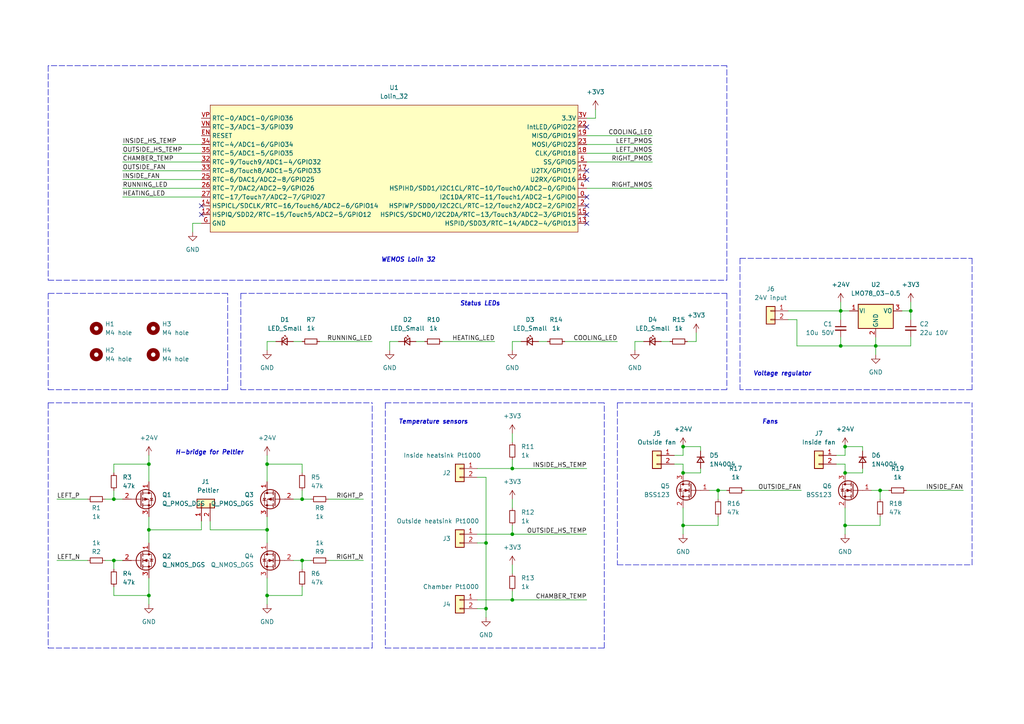
<source format=kicad_sch>
(kicad_sch (version 20211123) (generator eeschema)
  (paper "A4")
  (title_block (title "Fermier") (date "2022-11-26") (rev "Prototype 1") (company "https://github.com/mr-entropia/Fermier") (comment 1 "AGPL-3.0 license") (comment 2 "Open source hardware") (comment 4 "Fermentation chamber temperature controller"))
  (lib_symbols
    (symbol "Connector_Generic:Conn_01x02" (pin_names (offset 1.016) hide)
      (property "Reference" "J" (at 0 2.54 0))
      (property "Value" "Conn_01x02" (at 0 -5.08 0))
      (symbol "Conn_01x02_1_1"
        (rectangle (start -1.27 -2.413) (end 0 -2.667) (stroke (width 0.1524)))
        (rectangle (start -1.27 0.127) (end 0 -0.127) (stroke (width 0.1524)))
        (rectangle (start -1.27 1.27) (end 1.27 -3.81) (stroke (width 0.254)) (fill (type background)))
        (pin passive line (at -5.08 0 0) (length 3.81) (name "Pin_1") (number "1"))
        (pin passive line (at -5.08 -2.54 0) (length 3.81) (name "Pin_2") (number "2"))
      )
    )
    (symbol "Device:C_Small" (pin_numbers hide) (pin_names (offset 0.254) hide)
      (property "Reference" "C" (at 0.254 1.778 0))
      (property "Value" "C_Small" (at 0.254 -2.032 0))
      (symbol "C_Small_0_1"
        (polyline (pts (xy -1.524 -0.508) (xy 1.524 -0.508)) (stroke (width 0.3302)))
        (polyline (pts (xy -1.524 0.508) (xy 1.524 0.508)) (stroke (width 0.3048)))
      )
      (symbol "C_Small_1_1"
        (pin passive line (at 0 2.54 270) (length 2.032) (name "~") (number "1"))
        (pin passive line (at 0 -2.54 90) (length 2.032) (name "~") (number "2"))
      )
    )
    (symbol "Device:D_Small" (pin_numbers hide) (pin_names (offset 0.254) hide)
      (property "Reference" "D" (at -1.27 2.032 0))
      (property "Value" "D_Small" (at -3.81 -2.032 0))
      (symbol "D_Small_0_1"
        (polyline (pts (xy -0.762 -1.016) (xy -0.762 1.016)) (stroke (width 0.254)))
        (polyline (pts (xy -0.762 0) (xy 0.762 0)))
        (polyline (pts (xy 0.762 -1.016) (xy -0.762 0) (xy 0.762 1.016) (xy 0.762 -1.016)) (stroke (width 0.254)))
      )
      (symbol "D_Small_1_1"
        (pin passive line (at -2.54 0 0) (length 1.778) (name "K") (number "1"))
        (pin passive line (at 2.54 0 180) (length 1.778) (name "A") (number "2"))
      )
    )
    (symbol "Device:LED_Small" (pin_numbers hide) (pin_names (offset 0.254) hide)
      (property "Reference" "D" (at -1.27 3.175 0))
      (property "Value" "LED_Small" (at -4.445 -2.54 0))
      (symbol "LED_Small_0_1"
        (polyline (pts (xy -0.762 -1.016) (xy -0.762 1.016)) (stroke (width 0.254)))
        (polyline (pts (xy 1.016 0) (xy -0.762 0)))
        (polyline (pts (xy 0.762 -1.016) (xy -0.762 0) (xy 0.762 1.016) (xy 0.762 -1.016)) (stroke (width 0.254)))
        (polyline (pts (xy 0 0.762) (xy -0.508 1.27) (xy -0.254 1.27) (xy -0.508 1.27) (xy -0.508 1.016)))
        (polyline (pts (xy 0.508 1.27) (xy 0 1.778) (xy 0.254 1.778) (xy 0 1.778) (xy 0 1.524)))
      )
      (symbol "LED_Small_1_1"
        (pin passive line (at -2.54 0 0) (length 1.778) (name "K") (number "1"))
        (pin passive line (at 2.54 0 180) (length 1.778) (name "A") (number "2"))
      )
    )
    (symbol "Device:Q_NMOS_DGS" (pin_names (offset 0) hide)
      (property "Reference" "Q" (at 5.08 1.27 0))
      (property "Value" "Q_NMOS_DGS" (at 5.08 -1.27 0))
      (symbol "Q_NMOS_DGS_0_1"
        (polyline (pts (xy 0.254 0) (xy -2.54 0)))
        (polyline (pts (xy 0.254 1.905) (xy 0.254 -1.905)) (stroke (width 0.254)))
        (polyline (pts (xy 0.762 -1.27) (xy 0.762 -2.286)) (stroke (width 0.254)))
        (polyline (pts (xy 0.762 0.508) (xy 0.762 -0.508)) (stroke (width 0.254)))
        (polyline (pts (xy 0.762 2.286) (xy 0.762 1.27)) (stroke (width 0.254)))
        (polyline (pts (xy 2.54 2.54) (xy 2.54 1.778)))
        (polyline (pts (xy 2.54 -2.54) (xy 2.54 0) (xy 0.762 0)))
        (polyline (pts (xy 0.762 -1.778) (xy 3.302 -1.778) (xy 3.302 1.778) (xy 0.762 1.778)))
        (polyline (pts (xy 1.016 0) (xy 2.032 0.381) (xy 2.032 -0.381) (xy 1.016 0)) (fill (type outline)))
        (polyline (pts (xy 2.794 0.508) (xy 2.921 0.381) (xy 3.683 0.381) (xy 3.81 0.254)))
        (polyline (pts (xy 3.302 0.381) (xy 2.921 -0.254) (xy 3.683 -0.254) (xy 3.302 0.381)))
        (circle (center 1.651 0) (radius 2.794) (stroke (width 0.254)))
        (circle (center 2.54 -1.778) (radius 0.254) (fill (type outline)))
        (circle (center 2.54 1.778) (radius 0.254) (fill (type outline)))
      )
      (symbol "Q_NMOS_DGS_1_1"
        (pin passive line (at 2.54 5.08 270) (length 2.54) (name "D") (number "1"))
        (pin input line (at -5.08 0 0) (length 2.54) (name "G") (number "2"))
        (pin passive line (at 2.54 -5.08 90) (length 2.54) (name "S") (number "3"))
      )
    )
    (symbol "Device:Q_PMOS_DGS" (pin_names (offset 0) hide)
      (property "Reference" "Q" (at 5.08 1.27 0))
      (property "Value" "Q_PMOS_DGS" (at 5.08 -1.27 0))
      (symbol "Q_PMOS_DGS_0_1"
        (polyline (pts (xy 0.254 0) (xy -2.54 0)))
        (polyline (pts (xy 0.254 1.905) (xy 0.254 -1.905)) (stroke (width 0.254)))
        (polyline (pts (xy 0.762 -1.27) (xy 0.762 -2.286)) (stroke (width 0.254)))
        (polyline (pts (xy 0.762 0.508) (xy 0.762 -0.508)) (stroke (width 0.254)))
        (polyline (pts (xy 0.762 2.286) (xy 0.762 1.27)) (stroke (width 0.254)))
        (polyline (pts (xy 2.54 2.54) (xy 2.54 1.778)))
        (polyline (pts (xy 2.54 -2.54) (xy 2.54 0) (xy 0.762 0)))
        (polyline (pts (xy 0.762 1.778) (xy 3.302 1.778) (xy 3.302 -1.778) (xy 0.762 -1.778)))
        (polyline (pts (xy 2.286 0) (xy 1.27 0.381) (xy 1.27 -0.381) (xy 2.286 0)) (fill (type outline)))
        (polyline (pts (xy 2.794 -0.508) (xy 2.921 -0.381) (xy 3.683 -0.381) (xy 3.81 -0.254)))
        (polyline (pts (xy 3.302 -0.381) (xy 2.921 0.254) (xy 3.683 0.254) (xy 3.302 -0.381)))
        (circle (center 1.651 0) (radius 2.794) (stroke (width 0.254)))
        (circle (center 2.54 -1.778) (radius 0.254) (fill (type outline)))
        (circle (center 2.54 1.778) (radius 0.254) (fill (type outline)))
      )
      (symbol "Q_PMOS_DGS_1_1"
        (pin passive line (at 2.54 5.08 270) (length 2.54) (name "D") (number "1"))
        (pin input line (at -5.08 0 0) (length 2.54) (name "G") (number "2"))
        (pin passive line (at 2.54 -5.08 90) (length 2.54) (name "S") (number "3"))
      )
    )
    (symbol "Device:R_Small" (pin_numbers hide) (pin_names (offset 0.254) hide)
      (property "Reference" "R" (at 0.762 0.508 0))
      (property "Value" "R_Small" (at 0.762 -1.016 0))
      (symbol "R_Small_0_1"
        (rectangle (start -0.762 1.778) (end 0.762 -1.778) (stroke (width 0.2032)))
      )
      (symbol "R_Small_1_1"
        (pin passive line (at 0 2.54 270) (length 0.762) (name "~") (number "1"))
        (pin passive line (at 0 -2.54 90) (length 0.762) (name "~") (number "2"))
      )
    )
    (symbol "Lightmotion:Lolin_32"
      (property "Reference" "U" (at 0 13.97 0))
      (property "Value" "Lolin_32" (at 0 11.43 0))
      (symbol "Lolin_32_0_1"
        (rectangle (start -54.61 -16.51) (end 52.07 20.32) (fill (type background)))
      )
      (symbol "Lolin_32_1_1"
        (pin input line (at 54.61 -6.35 180) (length 2.54) (name "I2C1DA/RTC-11/Touch1/ADC2-1/GPIO0") (number "0"))
        (pin input line (at -57.15 -11.43 0) (length 2.54) (name "HSPIQ/SDD2/RTC-15/Touch5/ADC2-5/GPIO12") (number "12"))
        (pin input line (at 54.61 -13.97 180) (length 2.54) (name "HSPID/SDD3/RTC-14/ADC2-4/GPIO13") (number "13"))
        (pin input line (at -57.15 -8.89 0) (length 2.54) (name "HSPICL/SDCLK/RTC-16/Touch6/ADC2-6/GPIO14") (number "14"))
        (pin input line (at 54.61 -11.43 180) (length 2.54) (name "HSPICS/SDCMD/I2C2DA/RTC-13/Touch3/ADC2-3/GPIO15") (number "15"))
        (pin input line (at 54.61 -1.27 180) (length 2.54) (name "U2RX/GPIO16") (number "16"))
        (pin input line (at 54.61 1.27 180) (length 2.54) (name "U2TX/GPIO17") (number "17"))
        (pin input line (at 54.61 6.35 180) (length 2.54) (name "CLK/GPIO18") (number "18"))
        (pin input line (at 54.61 11.43 180) (length 2.54) (name "MISO/GPIO19") (number "19"))
        (pin input line (at 54.61 -8.89 180) (length 2.54) (name "HSPIWP/SDD0/I2C2CL/RTC-12/Touch2/ADC2-2/GPIO2") (number "2"))
        (pin input line (at 54.61 13.97 180) (length 2.54) (name "IntLED/GPIO22") (number "22"))
        (pin input line (at 54.61 8.89 180) (length 2.54) (name "MOSI/GPIO23") (number "23"))
        (pin input line (at -57.15 -1.27 0) (length 2.54) (name "RTC-6/DAC1/ADC2-8/GPIO25") (number "25"))
        (pin input line (at -57.15 -3.81 0) (length 2.54) (name "RTC-7/DAC2/ADC2-9/GPIO26") (number "26"))
        (pin input line (at -57.15 -6.35 0) (length 2.54) (name "RTC-17/Touch7/ADC2-7/GPIO27") (number "27"))
        (pin input line (at -57.15 3.81 0) (length 2.54) (name "RTC-9/Touch9/ADC1-4/GPIO32") (number "32"))
        (pin input line (at -57.15 1.27 0) (length 2.54) (name "RTC-8/Touch8/ADC1-5/GPIO33") (number "33"))
        (pin input line (at -57.15 8.89 0) (length 2.54) (name "RTC-4/ADC1-6/GPIO34") (number "34"))
        (pin input line (at -57.15 6.35 0) (length 2.54) (name "RTC-5/ADC1-5/GPIO35") (number "35"))
        (pin input line (at 54.61 16.51 180) (length 2.54) (name "3.3V") (number "3V"))
        (pin input line (at 54.61 -3.81 180) (length 2.54) (name "HSPIHD/SDD1/I2C1CL/RTC-10/Touch0/ADC2-0/GPIO4") (number "4"))
        (pin input line (at 54.61 3.81 180) (length 2.54) (name "SS/GPIO5") (number "5"))
        (pin input line (at -57.15 11.43 0) (length 2.54) (name "RESET") (number "EN"))
        (pin input line (at -57.15 -13.97 0) (length 2.54) (name "GND") (number "G"))
        (pin input line (at -57.15 13.97 0) (length 2.54) (name "RTC-3/ADC1-3/GPIO39") (number "VN"))
        (pin input line (at -57.15 16.51 0) (length 2.54) (name "RTC-0/ADC1-0/GPIO36") (number "VP"))
      )
    )
    (symbol "Mechanical:MountingHole" (pin_names (offset 1.016))
      (property "Reference" "H" (at 0 5.08 0))
      (property "Value" "MountingHole" (at 0 3.175 0))
      (symbol "MountingHole_0_1"
        (circle (center 0 0) (radius 1.27) (stroke (width 1.27)))
      )
    )
    (symbol "Regulator_Linear:LM7805_TO220" (pin_names (offset 0.254))
      (property "Reference" "U" (at -3.81 3.175 0))
      (property "Value" "LM7805_TO220" (at 0 3.175 0))
      (symbol "LM7805_TO220_0_1"
        (rectangle (start -5.08 1.905) (end 5.08 -5.08) (stroke (width 0.254)) (fill (type background)))
      )
      (symbol "LM7805_TO220_1_1"
        (pin power_in line (at -7.62 0 0) (length 2.54) (name "VI") (number "1"))
        (pin power_in line (at 0 -7.62 90) (length 2.54) (name "GND") (number "2"))
        (pin power_out line (at 7.62 0 180) (length 2.54) (name "VO") (number "3"))
      )
    )
    (symbol "Transistor_FET:BSS123" (pin_names hide)
      (property "Reference" "Q" (at 5.08 1.905 0))
      (property "Value" "BSS123" (at 5.08 0 0))
      (symbol "BSS123_0_1"
        (polyline (pts (xy 0.254 0) (xy -2.54 0)))
        (polyline (pts (xy 0.254 1.905) (xy 0.254 -1.905)) (stroke (width 0.254)))
        (polyline (pts (xy 0.762 -1.27) (xy 0.762 -2.286)) (stroke (width 0.254)))
        (polyline (pts (xy 0.762 0.508) (xy 0.762 -0.508)) (stroke (width 0.254)))
        (polyline (pts (xy 0.762 2.286) (xy 0.762 1.27)) (stroke (width 0.254)))
        (polyline (pts (xy 2.54 2.54) (xy 2.54 1.778)))
        (polyline (pts (xy 2.54 -2.54) (xy 2.54 0) (xy 0.762 0)))
        (polyline (pts (xy 0.762 -1.778) (xy 3.302 -1.778) (xy 3.302 1.778) (xy 0.762 1.778)))
        (polyline (pts (xy 1.016 0) (xy 2.032 0.381) (xy 2.032 -0.381) (xy 1.016 0)) (fill (type outline)))
        (polyline (pts (xy 2.794 0.508) (xy 2.921 0.381) (xy 3.683 0.381) (xy 3.81 0.254)))
        (polyline (pts (xy 3.302 0.381) (xy 2.921 -0.254) (xy 3.683 -0.254) (xy 3.302 0.381)))
        (circle (center 1.651 0) (radius 2.794) (stroke (width 0.254)))
        (circle (center 2.54 -1.778) (radius 0.254) (fill (type outline)))
        (circle (center 2.54 1.778) (radius 0.254) (fill (type outline)))
      )
      (symbol "BSS123_1_1"
        (pin input line (at -5.08 0 0) (length 2.54) (name "G") (number "1"))
        (pin passive line (at 2.54 -5.08 90) (length 2.54) (name "S") (number "2"))
        (pin passive line (at 2.54 5.08 270) (length 2.54) (name "D") (number "3"))
      )
    )
    (symbol "power:+24V" (power) (pin_names (offset 0))
      (property "Value" "+24V" (at 0 3.556 0))
      (symbol "+24V_0_1"
        (polyline (pts (xy -0.762 1.27) (xy 0 2.54)))
        (polyline (pts (xy 0 0) (xy 0 2.54)))
        (polyline (pts (xy 0 2.54) (xy 0.762 1.27)))
      )
      (symbol "+24V_1_1"
        (pin power_in line (at 0 0 90) (length 0) hide (name "+24V") (number "1"))
      )
    )
    (symbol "power:+3V3" (power) (pin_names (offset 0))
      (property "Value" "+3V3" (at 0 3.556 0))
      (symbol "+3V3_0_1"
        (polyline (pts (xy -0.762 1.27) (xy 0 2.54)))
        (polyline (pts (xy 0 0) (xy 0 2.54)))
        (polyline (pts (xy 0 2.54) (xy 0.762 1.27)))
      )
      (symbol "+3V3_1_1"
        (pin power_in line (at 0 0 90) (length 0) hide (name "+3V3") (number "1"))
      )
    )
    (symbol "power:GND" (power) (pin_names (offset 0))
      (property "Value" "GND" (at 0 -3.81 0))
      (symbol "GND_0_1"
        (polyline (pts (xy 0 0) (xy 0 -1.27) (xy 1.27 -1.27) (xy 0 -2.54) (xy -1.27 -1.27) (xy 0 -1.27)))
      )
      (symbol "GND_1_1"
        (pin power_in line (at 0 0 270) (length 0) hide (name "GND") (number "1"))
      )
    )
  )
  (junction (at 245.11 152.4))
  (junction (at 148.59 135.89))
  (junction (at 33.02 162.56))
  (junction (at 255.27 142.24))
  (junction (at 198.12 152.4))
  (junction (at 198.12 137.16))
  (junction (at 243.84 90.17))
  (junction (at 77.47 172.72))
  (junction (at 77.47 153.67))
  (junction (at 245.11 129.54))
  (junction (at 148.59 173.99))
  (junction (at 245.11 137.16))
  (junction (at 148.59 154.94))
  (junction (at 77.47 134.62))
  (junction (at 243.84 100.33))
  (junction (at 43.18 172.72))
  (junction (at 87.63 144.78))
  (junction (at 264.16 90.17))
  (junction (at 87.63 162.56))
  (junction (at 33.02 144.78))
  (junction (at 43.18 134.62))
  (junction (at 43.18 153.67))
  (junction (at 140.97 157.48))
  (junction (at 198.12 129.54))
  (junction (at 254 100.33))
  (junction (at 140.97 176.53))
  (junction (at 208.28 142.24))
  (no_connect (at 170.18 49.53))
  (no_connect (at 170.18 36.83))
  (no_connect (at 170.18 64.77))
  (no_connect (at 170.18 62.23))
  (no_connect (at 170.18 59.69))
  (no_connect (at 170.18 57.15))
  (no_connect (at 170.18 52.07))
  (no_connect (at 58.42 62.23))
  (no_connect (at 58.42 59.69))
  (polyline (pts (xy 69.85 85.09) (xy 69.85 113.03)))
  (wire (pts (xy 87.63 172.72) (xy 77.47 172.72)))
  (wire (pts (xy 43.18 132.08) (xy 43.18 134.62)))
  (polyline (pts (xy 179.07 116.84) (xy 179.07 163.83)))
  (wire (pts (xy 30.48 162.56) (xy 33.02 162.56)))
  (wire (pts (xy 113.03 99.06) (xy 115.57 99.06)))
  (polyline (pts (xy 13.97 116.84) (xy 13.97 187.96)))
  (wire (pts (xy 148.59 135.89) (xy 148.59 133.35)))
  (wire (pts (xy 184.15 99.06) (xy 186.69 99.06)))
  (polyline (pts (xy 111.76 116.84) (xy 175.26 116.84)))
  (wire (pts (xy 30.48 144.78) (xy 33.02 144.78)))
  (wire (pts (xy 16.51 162.56) (xy 25.4 162.56)))
  (polyline (pts (xy 107.95 187.96) (xy 107.95 116.84)))
  (wire (pts (xy 148.59 135.89) (xy 170.18 135.89)))
  (wire (pts (xy 33.02 170.18) (xy 33.02 172.72)))
  (wire (pts (xy 87.63 162.56) (xy 90.17 162.56)))
  (wire (pts (xy 35.56 44.45) (xy 58.42 44.45)))
  (wire (pts (xy 87.63 162.56) (xy 87.63 165.1)))
  (wire (pts (xy 245.11 152.4) (xy 245.11 154.94)))
  (polyline (pts (xy 66.04 85.09) (xy 13.97 85.09)))
  (wire (pts (xy 140.97 176.53) (xy 138.43 176.53)))
  (wire (pts (xy 243.84 90.17) (xy 246.38 90.17)))
  (wire (pts (xy 77.47 149.86) (xy 77.47 153.67)))
  (wire (pts (xy 198.12 147.32) (xy 198.12 152.4)))
  (wire (pts (xy 203.2 130.81) (xy 203.2 129.54)))
  (polyline (pts (xy 179.07 163.83) (xy 281.94 163.83)))
  (wire (pts (xy 170.18 44.45) (xy 189.23 44.45)))
  (wire (pts (xy 140.97 179.07) (xy 140.97 176.53)))
  (wire (pts (xy 140.97 138.43) (xy 140.97 157.48)))
  (polyline (pts (xy 13.97 85.09) (xy 13.97 113.03)))
  (wire (pts (xy 208.28 142.24) (xy 210.82 142.24)))
  (wire (pts (xy 250.19 129.54) (xy 245.11 129.54)))
  (wire (pts (xy 43.18 172.72) (xy 43.18 175.26)))
  (wire (pts (xy 264.16 97.79) (xy 264.16 100.33)))
  (wire (pts (xy 43.18 153.67) (xy 43.18 149.86)))
  (wire (pts (xy 170.18 39.37) (xy 189.23 39.37)))
  (wire (pts (xy 148.59 173.99) (xy 148.59 171.45)))
  (wire (pts (xy 95.25 144.78) (xy 105.41 144.78)))
  (wire (pts (xy 255.27 152.4) (xy 255.27 149.86)))
  (wire (pts (xy 264.16 90.17) (xy 264.16 92.71)))
  (wire (pts (xy 77.47 153.67) (xy 77.47 157.48)))
  (polyline (pts (xy 214.63 74.93) (xy 214.63 113.03)))
  (wire (pts (xy 33.02 142.24) (xy 33.02 144.78)))
  (polyline (pts (xy 13.97 113.03) (xy 66.04 113.03)))
  (wire (pts (xy 148.59 163.83) (xy 148.59 166.37)))
  (wire (pts (xy 198.12 152.4) (xy 198.12 154.94)))
  (wire (pts (xy 199.39 99.06) (xy 201.93 99.06)))
  (polyline (pts (xy 281.94 113.03) (xy 214.63 113.03)))
  (wire (pts (xy 87.63 134.62) (xy 77.47 134.62)))
  (wire (pts (xy 77.47 134.62) (xy 77.47 139.7)))
  (wire (pts (xy 148.59 125.73) (xy 148.59 128.27)))
  (wire (pts (xy 203.2 137.16) (xy 198.12 137.16)))
  (polyline (pts (xy 13.97 116.84) (xy 107.95 116.84)))
  (wire (pts (xy 92.71 99.06) (xy 107.95 99.06)))
  (wire (pts (xy 43.18 134.62) (xy 43.18 139.7)))
  (wire (pts (xy 148.59 99.06) (xy 151.13 99.06)))
  (wire (pts (xy 215.9 142.24) (xy 232.41 142.24)))
  (wire (pts (xy 58.42 151.13) (xy 58.42 153.67)))
  (wire (pts (xy 245.11 152.4) (xy 255.27 152.4)))
  (wire (pts (xy 35.56 49.53) (xy 58.42 49.53)))
  (wire (pts (xy 77.47 167.64) (xy 77.47 172.72)))
  (wire (pts (xy 231.14 100.33) (xy 243.84 100.33)))
  (wire (pts (xy 245.11 147.32) (xy 245.11 152.4)))
  (wire (pts (xy 243.84 87.63) (xy 243.84 90.17)))
  (wire (pts (xy 35.56 41.91) (xy 58.42 41.91)))
  (wire (pts (xy 172.72 34.29) (xy 172.72 31.75)))
  (wire (pts (xy 208.28 142.24) (xy 208.28 144.78)))
  (wire (pts (xy 243.84 92.71) (xy 243.84 90.17)))
  (wire (pts (xy 170.18 46.99) (xy 189.23 46.99)))
  (wire (pts (xy 243.84 97.79) (xy 243.84 100.33)))
  (polyline (pts (xy 210.82 81.28) (xy 210.82 19.05)))
  (wire (pts (xy 16.51 144.78) (xy 25.4 144.78)))
  (wire (pts (xy 250.19 130.81) (xy 250.19 129.54)))
  (wire (pts (xy 148.59 101.6) (xy 148.59 99.06)))
  (wire (pts (xy 254 100.33) (xy 254 102.87)))
  (wire (pts (xy 55.88 67.31) (xy 55.88 64.77)))
  (wire (pts (xy 198.12 134.62) (xy 198.12 137.16)))
  (wire (pts (xy 228.6 90.17) (xy 243.84 90.17)))
  (wire (pts (xy 208.28 152.4) (xy 208.28 149.86)))
  (wire (pts (xy 35.56 54.61) (xy 58.42 54.61)))
  (wire (pts (xy 95.25 162.56) (xy 105.41 162.56)))
  (wire (pts (xy 252.73 142.24) (xy 255.27 142.24)))
  (wire (pts (xy 250.19 135.89) (xy 250.19 137.16)))
  (wire (pts (xy 148.59 144.78) (xy 148.59 147.32)))
  (wire (pts (xy 43.18 167.64) (xy 43.18 172.72)))
  (wire (pts (xy 87.63 142.24) (xy 87.63 144.78)))
  (wire (pts (xy 228.6 92.71) (xy 231.14 92.71)))
  (polyline (pts (xy 281.94 74.93) (xy 281.94 113.03)))
  (wire (pts (xy 191.77 99.06) (xy 194.31 99.06)))
  (wire (pts (xy 138.43 135.89) (xy 148.59 135.89)))
  (wire (pts (xy 148.59 154.94) (xy 148.59 152.4)))
  (wire (pts (xy 138.43 154.94) (xy 148.59 154.94)))
  (polyline (pts (xy 69.85 85.09) (xy 210.82 85.09)))
  (wire (pts (xy 138.43 173.99) (xy 148.59 173.99)))
  (wire (pts (xy 60.96 151.13) (xy 60.96 153.67)))
  (wire (pts (xy 85.09 162.56) (xy 87.63 162.56)))
  (wire (pts (xy 33.02 162.56) (xy 35.56 162.56)))
  (wire (pts (xy 195.58 134.62) (xy 198.12 134.62)))
  (wire (pts (xy 205.74 142.24) (xy 208.28 142.24)))
  (wire (pts (xy 203.2 129.54) (xy 198.12 129.54)))
  (wire (pts (xy 184.15 101.6) (xy 184.15 99.06)))
  (polyline (pts (xy 210.82 19.05) (xy 13.97 19.05)))
  (wire (pts (xy 163.83 99.06) (xy 179.07 99.06)))
  (polyline (pts (xy 214.63 74.93) (xy 281.94 74.93)))
  (wire (pts (xy 261.62 90.17) (xy 264.16 90.17)))
  (wire (pts (xy 255.27 142.24) (xy 255.27 144.78)))
  (wire (pts (xy 170.18 34.29) (xy 172.72 34.29)))
  (wire (pts (xy 254 97.79) (xy 254 100.33)))
  (wire (pts (xy 77.47 172.72) (xy 77.47 175.26)))
  (wire (pts (xy 33.02 172.72) (xy 43.18 172.72)))
  (wire (pts (xy 128.27 99.06) (xy 143.51 99.06)))
  (polyline (pts (xy 13.97 19.05) (xy 13.97 81.28)))
  (wire (pts (xy 245.11 134.62) (xy 245.11 137.16)))
  (wire (pts (xy 33.02 134.62) (xy 43.18 134.62)))
  (wire (pts (xy 138.43 138.43) (xy 140.97 138.43)))
  (wire (pts (xy 60.96 153.67) (xy 77.47 153.67)))
  (polyline (pts (xy 210.82 113.03) (xy 69.85 113.03)))
  (polyline (pts (xy 111.76 116.84) (xy 111.76 187.96)))
  (wire (pts (xy 198.12 152.4) (xy 208.28 152.4)))
  (wire (pts (xy 77.47 99.06) (xy 80.01 99.06)))
  (wire (pts (xy 255.27 142.24) (xy 257.81 142.24)))
  (wire (pts (xy 85.09 99.06) (xy 87.63 99.06)))
  (wire (pts (xy 87.63 137.16) (xy 87.63 134.62)))
  (wire (pts (xy 77.47 101.6) (xy 77.47 99.06)))
  (wire (pts (xy 33.02 137.16) (xy 33.02 134.62)))
  (wire (pts (xy 201.93 99.06) (xy 201.93 96.52)))
  (wire (pts (xy 242.57 134.62) (xy 245.11 134.62)))
  (wire (pts (xy 35.56 46.99) (xy 58.42 46.99)))
  (wire (pts (xy 264.16 90.17) (xy 264.16 87.63)))
  (polyline (pts (xy 179.07 116.84) (xy 281.94 116.84)))
  (wire (pts (xy 35.56 52.07) (xy 58.42 52.07)))
  (wire (pts (xy 198.12 132.08) (xy 198.12 129.54)))
  (wire (pts (xy 87.63 170.18) (xy 87.63 172.72)))
  (wire (pts (xy 262.89 142.24) (xy 279.4 142.24)))
  (wire (pts (xy 203.2 135.89) (xy 203.2 137.16)))
  (wire (pts (xy 35.56 57.15) (xy 58.42 57.15)))
  (wire (pts (xy 195.58 132.08) (xy 198.12 132.08)))
  (wire (pts (xy 87.63 144.78) (xy 90.17 144.78)))
  (polyline (pts (xy 111.76 187.96) (xy 175.26 187.96)))
  (wire (pts (xy 113.03 101.6) (xy 113.03 99.06)))
  (polyline (pts (xy 13.97 81.28) (xy 210.82 81.28)))
  (wire (pts (xy 138.43 157.48) (xy 140.97 157.48)))
  (wire (pts (xy 242.57 132.08) (xy 245.11 132.08)))
  (wire (pts (xy 148.59 173.99) (xy 170.18 173.99)))
  (wire (pts (xy 245.11 132.08) (xy 245.11 129.54)))
  (wire (pts (xy 170.18 54.61) (xy 189.23 54.61)))
  (wire (pts (xy 120.65 99.06) (xy 123.19 99.06)))
  (wire (pts (xy 250.19 137.16) (xy 245.11 137.16)))
  (wire (pts (xy 156.21 99.06) (xy 158.75 99.06)))
  (wire (pts (xy 170.18 41.91) (xy 189.23 41.91)))
  (wire (pts (xy 85.09 144.78) (xy 87.63 144.78)))
  (wire (pts (xy 140.97 157.48) (xy 140.97 176.53)))
  (polyline (pts (xy 66.04 113.03) (xy 66.04 85.09)))
  (wire (pts (xy 43.18 153.67) (xy 43.18 157.48)))
  (wire (pts (xy 33.02 144.78) (xy 35.56 144.78)))
  (polyline (pts (xy 281.94 163.83) (xy 281.94 116.84)))
  (wire (pts (xy 148.59 154.94) (xy 170.18 154.94)))
  (wire (pts (xy 33.02 162.56) (xy 33.02 165.1)))
  (wire (pts (xy 58.42 153.67) (xy 43.18 153.67)))
  (wire (pts (xy 264.16 100.33) (xy 254 100.33)))
  (wire (pts (xy 231.14 92.71) (xy 231.14 100.33)))
  (polyline (pts (xy 210.82 85.09) (xy 210.82 113.03)))
  (wire (pts (xy 243.84 100.33) (xy 254 100.33)))
  (wire (pts (xy 55.88 64.77) (xy 58.42 64.77)))
  (polyline (pts (xy 13.97 187.96) (xy 107.95 187.96)))
  (wire (pts (xy 77.47 134.62) (xy 77.47 132.08)))
  (polyline (pts (xy 175.26 187.96) (xy 175.26 116.84)))
  (text "Status LEDs" (at 133.35 88.9 0) (effects (font (size 1.27 1.27) (thickness 0.254) bold italic) (justify left bottom)))
  (text "Voltage regulator" (at 218.44 109.22 0) (effects (font (size 1.27 1.27) (thickness 0.254) bold italic) (justify left bottom)))
  (text "H-bridge for Peltier" (at 50.8 132.08 0) (effects (font (size 1.27 1.27) (thickness 0.254) bold italic) (justify left bottom)))
  (text "WEMOS Lolin 32" (at 110.49 76.2 0) (effects (font (size 1.27 1.27) (thickness 0.254) bold italic) (justify left bottom)))
  (text "Fans" (at 220.98 123.19 0) (effects (font (size 1.27 1.27) (thickness 0.254) bold italic) (justify left bottom)))
  (text "Temperature sensors" (at 115.57 123.19 0) (effects (font (size 1.27 1.27) (thickness 0.254) bold italic) (justify left bottom)))
  (label "LEFT_P" (at 16.51 144.78 0))
  (label "INSIDE_FAN" (at 35.56 52.07 0))
  (label "RUNNING_LED" (at 107.95 99.06 180))
  (label "LEFT_NMOS" (at 189.23 44.45 180))
  (label "INSIDE_HS_TEMP" (at 35.56 41.91 0))
  (label "INSIDE_FAN" (at 279.4 142.24 180))
  (label "HEATING_LED" (at 143.51 99.06 180))
  (label "RIGHT_P" (at 105.41 144.78 180))
  (label "RIGHT_NMOS" (at 189.23 54.61 180))
  (label "CHAMBER_TEMP" (at 170.18 173.99 180))
  (label "INSIDE_HS_TEMP" (at 170.18 135.89 180))
  (label "COOLING_LED" (at 189.23 39.37 180))
  (label "OUTSIDE_HS_TEMP" (at 170.18 154.94 180))
  (label "COOLING_LED" (at 179.07 99.06 180))
  (label "LEFT_PMOS" (at 189.23 41.91 180))
  (label "HEATING_LED" (at 35.56 57.15 0))
  (label "RUNNING_LED" (at 35.56 54.61 0))
  (label "CHAMBER_TEMP" (at 35.56 46.99 0))
  (label "LEFT_N" (at 16.51 162.56 0))
  (label "RIGHT_PMOS" (at 189.23 46.99 180))
  (label "OUTSIDE_HS_TEMP" (at 35.56 44.45 0))
  (label "OUTSIDE_FAN" (at 35.56 49.53 0))
  (label "OUTSIDE_FAN" (at 232.41 142.24 180))
  (label "RIGHT_N" (at 105.41 162.56 180))
  (symbol (lib_id "Device:LED_Small") (at 82.55 99.06 0) (unit 1)
    (property "Reference" "D1" (at 82.6135 92.71 0))
    (property "Value" "LED_Small" (at 82.6135 95.25 0))
  )
  (symbol (lib_id "Device:Q_NMOS_DGS") (at 80.01 162.56 0) (mirror y) (unit 1)
    (property "Reference" "Q4" (at 73.66 161.2899 0) (effects (justify left)))
    (property "Value" "Q_NMOS_DGS" (at 73.66 163.8299 0) (effects (justify left)))
  )
  (symbol (lib_id "Device:D_Small") (at 203.2 133.35 270) (unit 1)
    (property "Reference" "D5" (at 205.74 132.0799 90) (effects (justify left)))
    (property "Value" "1N4004" (at 205.74 134.6199 90) (effects (justify left)))
  )
  (symbol (lib_id "Device:R_Small") (at 255.27 147.32 180) (unit 1)
    (property "Reference" "R18" (at 257.81 146.0499 0) (effects (justify right)))
    (property "Value" "47k" (at 257.81 148.5899 0) (effects (justify right)))
    (property "Footprint" "Resistor_SMD:R_0603_1608Metric" (effects hide))
  )
  (symbol (lib_id "Device:R_Small") (at 260.35 142.24 90) (unit 1)
    (property "Reference" "R19" (at 260.35 135.89 90))
    (property "Value" "1k" (at 260.35 138.43 90))
    (property "Footprint" "Resistor_SMD:R_0603_1608Metric" (effects hide))
  )
  (symbol (lib_id "Device:Q_PMOS_DGS") (at 80.01 144.78 0) (mirror y) (unit 1)
    (property "Reference" "Q3" (at 73.66 143.5099 0) (effects (justify left)))
    (property "Value" "Q_PMOS_DGS" (at 73.66 146.0499 0) (effects (justify left)))
  )
  (symbol (lib_id "Device:R_Small") (at 33.02 139.7 180) (unit 1)
    (property "Reference" "R3" (at 35.56 138.4299 0) (effects (justify right)))
    (property "Value" "47k" (at 35.56 140.9699 0) (effects (justify right)))
    (property "Footprint" "Resistor_SMD:R_0603_1608Metric" (effects hide))
  )
  (symbol (lib_id "Device:LED_Small") (at 153.67 99.06 0) (unit 1)
    (property "Reference" "D3" (at 153.7335 92.71 0))
    (property "Value" "LED_Small" (at 153.7335 95.25 0))
  )
  (symbol (lib_id "Device:C_Small") (at 264.16 95.25 0) (unit 1)
    (property "Reference" "C2" (at 266.7 93.9862 0) (effects (justify left)))
    (property "Value" "22u 10V" (at 266.7 96.5262 0) (effects (justify left)))
    (property "Footprint" "Capacitor_SMD:C_1206_3216Metric" (effects hide))
  )
  (symbol (lib_id "Connector_Generic:Conn_01x02") (at 58.42 146.05 90) (unit 1)
    (property "Reference" "J1" (at 58.42 139.7 90) (effects (justify right)))
    (property "Value" "Peltier" (at 57.15 142.24 90) (effects (justify right)))
  )
  (symbol (lib_id "power:+3V3") (at 172.72 31.75 0) (unit 1)
    (property "Reference" "#PWR013" (effects hide))
    (property "Value" "+3V3" (at 172.72 26.67 0))
  )
  (symbol (lib_id "Regulator_Linear:LM7805_TO220") (at 254 90.17 0) (unit 1)
    (property "Reference" "U2" (at 254 82.55 0))
    (property "Value" "LMO78_03-0.5" (at 254 85.09 0))
    (property "Footprint" "Package_TO_SOT_THT:TO-220-3_Vertical" (effects hide))
    (property "Datasheet" "https://gaptec-electronic.com/datenblaetter/LMO78_0.5.pdf" (effects hide))
  )
  (symbol (lib_id "Device:R_Small") (at 27.94 144.78 90) (unit 1)
    (property "Reference" "R1" (at 27.94 147.32 90))
    (property "Value" "1k" (at 27.94 149.86 90))
    (property "Footprint" "Resistor_SMD:R_0603_1608Metric" (effects hide))
  )
  (symbol (lib_id "Device:R_Small") (at 148.59 130.81 0) (unit 1)
    (property "Reference" "R11" (at 151.13 129.5399 0) (effects (justify left)))
    (property "Value" "1k" (at 151.13 132.0799 0) (effects (justify left)))
    (property "Footprint" "Resistor_SMD:R_0603_1608Metric" (effects hide))
  )
  (symbol (lib_id "power:+24V") (at 198.12 129.54 0) (unit 1)
    (property "Reference" "#PWR015" (effects hide))
    (property "Value" "+24V" (at 198.12 124.46 0))
  )
  (symbol (lib_id "Device:C_Small") (at 243.84 95.25 0) (mirror y) (unit 1)
    (property "Reference" "C1" (at 238.76 93.98 0) (effects (justify right)))
    (property "Value" "10u 50V" (at 233.68 96.52 0) (effects (justify right)))
    (property "Footprint" "Capacitor_SMD:C_1210_3225Metric" (effects hide))
  )
  (symbol (lib_id "Transistor_FET:BSS123") (at 200.66 142.24 0) (mirror y) (unit 1)
    (property "Reference" "Q5" (at 194.31 140.9699 0) (effects (justify left)))
    (property "Value" "BSS123" (at 194.31 143.5099 0) (effects (justify left)))
    (property "Footprint" "Package_TO_SOT_SMD:SOT-23" (effects hide))
    (property "Datasheet" "http://www.diodes.com/assets/Datasheets/ds30366.pdf" (effects hide))
  )
  (symbol (lib_id "power:GND") (at 55.88 67.31 0) (unit 1)
    (property "Reference" "#PWR03" (effects hide))
    (property "Value" "GND" (at 55.88 72.39 0))
  )
  (symbol (lib_id "Device:Q_PMOS_DGS") (at 40.64 144.78 0) (unit 1)
    (property "Reference" "Q1" (at 46.99 143.5099 0) (effects (justify left)))
    (property "Value" "Q_PMOS_DGS" (at 46.99 146.0499 0) (effects (justify left)))
  )
  (symbol (lib_id "power:+24V") (at 77.47 132.08 0) (unit 1)
    (property "Reference" "#PWR05" (effects hide))
    (property "Value" "+24V" (at 77.47 127 0))
  )
  (symbol (lib_id "Lightmotion:Lolin_32") (at 115.57 50.8 0) (unit 1)
    (property "Reference" "U1" (at 114.3 25.4 0))
    (property "Value" "Lolin_32" (at 114.3 27.94 0))
  )
  (symbol (lib_id "power:GND") (at 198.12 154.94 0) (unit 1)
    (property "Reference" "#PWR016" (effects hide))
    (property "Value" "GND" (at 198.12 160.02 0))
  )
  (symbol (lib_id "power:+3V3") (at 148.59 125.73 0) (unit 1)
    (property "Reference" "#PWR010" (effects hide))
    (property "Value" "+3V3" (at 148.59 120.65 0))
  )
  (symbol (lib_id "Connector_Generic:Conn_01x02") (at 223.52 90.17 0) (mirror y) (unit 1)
    (property "Reference" "J6" (at 223.52 83.82 0))
    (property "Value" "24V input" (at 223.52 86.36 0))
  )
  (symbol (lib_id "Mechanical:MountingHole") (at 27.94 102.87 0) (unit 1)
    (property "Reference" "H2" (at 30.48 101.5999 0) (effects (justify left)))
    (property "Value" "M4 hole" (at 30.48 104.1399 0) (effects (justify left)))
    (property "Footprint" "MountingHole:MountingHole_4.3mm_M4" (effects hide))
  )
  (symbol (lib_id "Connector_Generic:Conn_01x02") (at 133.35 154.94 0) (mirror y) (unit 1)
    (property "Reference" "J3" (at 129.54 156.21 0))
    (property "Value" "Outside heatsink Pt1000" (at 127 151.13 0))
  )
  (symbol (lib_id "Device:R_Small") (at 92.71 162.56 90) (mirror x) (unit 1)
    (property "Reference" "R9" (at 92.71 160.02 90))
    (property "Value" "1k" (at 92.71 157.48 90))
    (property "Footprint" "Resistor_SMD:R_0603_1608Metric" (effects hide))
  )
  (symbol (lib_id "power:GND") (at 245.11 154.94 0) (unit 1)
    (property "Reference" "#PWR020" (effects hide))
    (property "Value" "GND" (at 245.11 160.02 0))
  )
  (symbol (lib_id "Mechanical:MountingHole") (at 44.45 102.87 0) (unit 1)
    (property "Reference" "H4" (at 46.99 101.5999 0) (effects (justify left)))
    (property "Value" "M4 hole" (at 46.99 104.1399 0) (effects (justify left)))
    (property "Footprint" "MountingHole:MountingHole_4.3mm_M4" (effects hide))
  )
  (symbol (lib_id "Connector_Generic:Conn_01x02") (at 133.35 135.89 0) (mirror y) (unit 1)
    (property "Reference" "J2" (at 129.54 137.16 0))
    (property "Value" "Inside heatsink Pt1000" (at 128.27 132.08 0))
  )
  (symbol (lib_id "Device:R_Small") (at 213.36 142.24 90) (unit 1)
    (property "Reference" "R17" (at 213.36 135.89 90))
    (property "Value" "1k" (at 213.36 138.43 90))
    (property "Footprint" "Resistor_SMD:R_0603_1608Metric" (effects hide))
  )
  (symbol (lib_id "Connector_Generic:Conn_01x02") (at 237.49 132.08 0) (mirror y) (unit 1)
    (property "Reference" "J7" (at 237.49 125.73 0))
    (property "Value" "Inside fan" (at 237.49 128.27 0))
  )
  (symbol (lib_id "power:+3V3") (at 148.59 144.78 0) (unit 1)
    (property "Reference" "#PWR011" (effects hide))
    (property "Value" "+3V3" (at 148.59 139.7 0))
  )
  (symbol (lib_id "Device:LED_Small") (at 189.23 99.06 0) (unit 1)
    (property "Reference" "D4" (at 189.2935 92.71 0))
    (property "Value" "LED_Small" (at 189.2935 95.25 0))
  )
  (symbol (lib_id "Mechanical:MountingHole") (at 27.94 95.25 0) (unit 1)
    (property "Reference" "H1" (at 30.48 93.9799 0) (effects (justify left)))
    (property "Value" "M4 hole" (at 30.48 96.5199 0) (effects (justify left)))
    (property "Footprint" "MountingHole:MountingHole_4.3mm_M4" (effects hide))
  )
  (symbol (lib_id "Device:R_Small") (at 196.85 99.06 90) (unit 1)
    (property "Reference" "R15" (at 196.85 92.71 90))
    (property "Value" "1k" (at 196.85 95.25 90))
    (property "Footprint" "Resistor_SMD:R_0603_1608Metric" (effects hide))
  )
  (symbol (lib_id "power:GND") (at 43.18 175.26 0) (unit 1)
    (property "Reference" "#PWR02" (effects hide))
    (property "Value" "GND" (at 43.18 180.34 0))
  )
  (symbol (lib_id "Device:Q_NMOS_DGS") (at 40.64 162.56 0) (unit 1)
    (property "Reference" "Q2" (at 46.99 161.2899 0) (effects (justify left)))
    (property "Value" "Q_NMOS_DGS" (at 46.99 163.8299 0) (effects (justify left)))
  )
  (symbol (lib_id "Device:R_Small") (at 208.28 147.32 180) (unit 1)
    (property "Reference" "R16" (at 210.82 146.0499 0) (effects (justify right)))
    (property "Value" "47k" (at 210.82 148.5899 0) (effects (justify right)))
    (property "Footprint" "Resistor_SMD:R_0603_1608Metric" (effects hide))
  )
  (symbol (lib_id "Device:R_Small") (at 148.59 149.86 0) (unit 1)
    (property "Reference" "R12" (at 151.13 148.5899 0) (effects (justify left)))
    (property "Value" "1k" (at 151.13 151.1299 0) (effects (justify left)))
    (property "Footprint" "Resistor_SMD:R_0603_1608Metric" (effects hide))
  )
  (symbol (lib_id "power:+24V") (at 245.11 129.54 0) (unit 1)
    (property "Reference" "#PWR019" (effects hide))
    (property "Value" "+24V" (at 245.11 124.46 0))
  )
  (symbol (lib_id "Device:D_Small") (at 250.19 133.35 270) (unit 1)
    (property "Reference" "D6" (at 252.73 132.0799 90) (effects (justify left)))
    (property "Value" "1N4004" (at 252.73 134.6199 90) (effects (justify left)))
  )
  (symbol (lib_id "Transistor_FET:BSS123") (at 247.65 142.24 0) (mirror y) (unit 1)
    (property "Reference" "Q6" (at 241.3 140.9699 0) (effects (justify left)))
    (property "Value" "BSS123" (at 241.3 143.5099 0) (effects (justify left)))
    (property "Footprint" "Package_TO_SOT_SMD:SOT-23" (effects hide))
    (property "Datasheet" "http://www.diodes.com/assets/Datasheets/ds30366.pdf" (effects hide))
  )
  (symbol (lib_id "power:GND") (at 254 102.87 0) (unit 1)
    (property "Reference" "#PWR021" (effects hide))
    (property "Value" "GND" (at 254 107.95 0))
  )
  (symbol (lib_id "Connector_Generic:Conn_01x02") (at 190.5 132.08 0) (mirror y) (unit 1)
    (property "Reference" "J5" (at 190.5 125.73 0))
    (property "Value" "Outside fan" (at 190.5 128.27 0))
  )
  (symbol (lib_id "Mechanical:MountingHole") (at 44.45 95.25 0) (unit 1)
    (property "Reference" "H3" (at 46.99 93.9799 0) (effects (justify left)))
    (property "Value" "M4 hole" (at 46.99 96.5199 0) (effects (justify left)))
    (property "Footprint" "MountingHole:MountingHole_4.3mm_M4" (effects hide))
  )
  (symbol (lib_id "Device:R_Small") (at 87.63 167.64 180) (unit 1)
    (property "Reference" "R6" (at 90.17 166.3699 0) (effects (justify right)))
    (property "Value" "47k" (at 90.17 168.9099 0) (effects (justify right)))
    (property "Footprint" "Resistor_SMD:R_0603_1608Metric" (effects hide))
  )
  (symbol (lib_id "power:GND") (at 148.59 101.6 0) (unit 1)
    (property "Reference" "#PWR09" (effects hide))
    (property "Value" "GND" (at 148.59 106.68 0))
  )
  (symbol (lib_id "Device:R_Small") (at 92.71 144.78 90) (unit 1)
    (property "Reference" "R8" (at 92.71 147.32 90))
    (property "Value" "1k" (at 92.71 149.86 90))
    (property "Footprint" "Resistor_SMD:R_0603_1608Metric" (effects hide))
  )
  (symbol (lib_id "Connector_Generic:Conn_01x02") (at 133.35 173.99 0) (mirror y) (unit 1)
    (property "Reference" "J4" (at 129.54 175.26 0))
    (property "Value" "Chamber Pt1000" (at 130.81 170.18 0))
  )
  (symbol (lib_id "Device:R_Small") (at 33.02 167.64 180) (unit 1)
    (property "Reference" "R4" (at 35.56 166.3699 0) (effects (justify right)))
    (property "Value" "47k" (at 35.56 168.9099 0) (effects (justify right)))
    (property "Footprint" "Resistor_SMD:R_0603_1608Metric" (effects hide))
  )
  (symbol (lib_id "power:+3V3") (at 264.16 87.63 0) (unit 1)
    (property "Reference" "#PWR022" (effects hide))
    (property "Value" "+3V3" (at 264.16 82.55 0))
  )
  (symbol (lib_id "Device:R_Small") (at 161.29 99.06 90) (unit 1)
    (property "Reference" "R14" (at 161.29 92.71 90))
    (property "Value" "1k" (at 161.29 95.25 90))
    (property "Footprint" "Resistor_SMD:R_0603_1608Metric" (effects hide))
  )
  (symbol (lib_id "Device:R_Small") (at 90.17 99.06 90) (unit 1)
    (property "Reference" "R7" (at 90.17 92.71 90))
    (property "Value" "1k" (at 90.17 95.25 90))
    (property "Footprint" "Resistor_SMD:R_0603_1608Metric" (effects hide))
  )
  (symbol (lib_id "power:GND") (at 77.47 101.6 0) (unit 1)
    (property "Reference" "#PWR04" (effects hide))
    (property "Value" "GND" (at 77.47 106.68 0))
  )
  (symbol (lib_id "power:+3V3") (at 148.59 163.83 0) (unit 1)
    (property "Reference" "#PWR012" (effects hide))
    (property "Value" "+3V3" (at 148.59 158.75 0))
  )
  (symbol (lib_id "Device:R_Small") (at 125.73 99.06 90) (unit 1)
    (property "Reference" "R10" (at 125.73 92.71 90))
    (property "Value" "1k" (at 125.73 95.25 90))
    (property "Footprint" "Resistor_SMD:R_0603_1608Metric" (effects hide))
  )
  (symbol (lib_id "power:GND") (at 140.97 179.07 0) (unit 1)
    (property "Reference" "#PWR08" (effects hide))
    (property "Value" "GND" (at 140.97 184.15 0))
  )
  (symbol (lib_id "Device:R_Small") (at 148.59 168.91 0) (unit 1)
    (property "Reference" "R13" (at 151.13 167.6399 0) (effects (justify left)))
    (property "Value" "1k" (at 151.13 170.1799 0) (effects (justify left)))
    (property "Footprint" "Resistor_SMD:R_0603_1608Metric" (effects hide))
  )
  (symbol (lib_id "power:GND") (at 184.15 101.6 0) (unit 1)
    (property "Reference" "#PWR014" (effects hide))
    (property "Value" "GND" (at 184.15 106.68 0))
  )
  (symbol (lib_id "Device:LED_Small") (at 118.11 99.06 0) (unit 1)
    (property "Reference" "D2" (at 118.1735 92.71 0))
    (property "Value" "LED_Small" (at 118.1735 95.25 0))
  )
  (symbol (lib_id "power:+3V3") (at 201.93 96.52 0) (unit 1)
    (property "Reference" "#PWR017" (effects hide))
    (property "Value" "+3V3" (at 201.93 91.44 0))
  )
  (symbol (lib_id "Device:R_Small") (at 27.94 162.56 90) (mirror x) (unit 1)
    (property "Reference" "R2" (at 27.94 160.02 90))
    (property "Value" "1k" (at 27.94 157.48 90))
    (property "Footprint" "Resistor_SMD:R_0603_1608Metric" (effects hide))
  )
  (symbol (lib_id "power:+24V") (at 243.84 87.63 0) (unit 1)
    (property "Reference" "#PWR018" (effects hide))
    (property "Value" "+24V" (at 243.84 82.55 0))
  )
  (symbol (lib_id "power:+24V") (at 43.18 132.08 0) (unit 1)
    (property "Reference" "#PWR01" (effects hide))
    (property "Value" "+24V" (at 43.18 127 0))
  )
  (symbol (lib_id "power:GND") (at 113.03 101.6 0) (unit 1)
    (property "Reference" "#PWR07" (effects hide))
    (property "Value" "GND" (at 113.03 106.68 0))
  )
  (symbol (lib_id "power:GND") (at 77.47 175.26 0) (unit 1)
    (property "Reference" "#PWR06" (effects hide))
    (property "Value" "GND" (at 77.47 180.34 0))
  )
  (symbol (lib_id "Device:R_Small") (at 87.63 139.7 180) (unit 1)
    (property "Reference" "R5" (at 90.17 138.4299 0) (effects (justify right)))
    (property "Value" "47k" (at 90.17 140.9699 0) (effects (justify right)))
    (property "Footprint" "Resistor_SMD:R_0603_1608Metric" (effects hide))
  )
)
</source>
